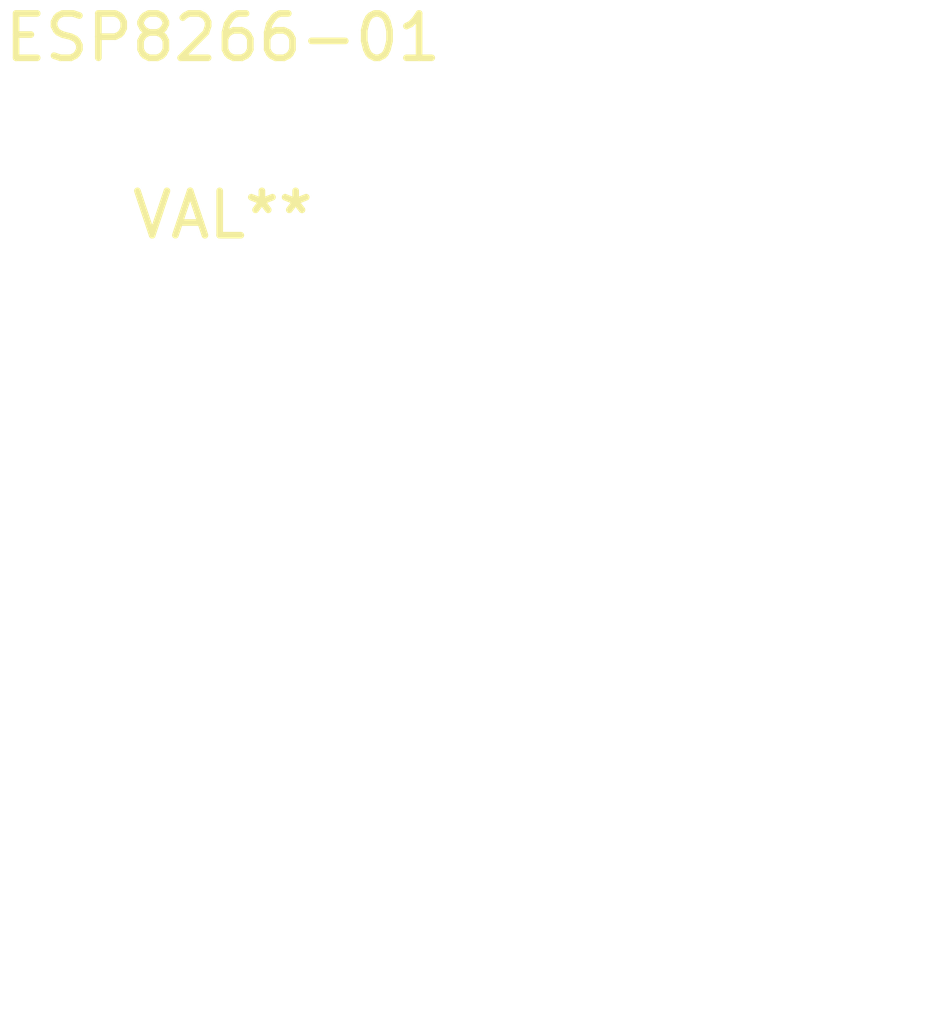
<source format=kicad_pcb>
(kicad_pcb (version 3) (host pcbnew "(22-Jun-2014 BZR 4027)-stable")

  (general
    (links 0)
    (no_connects 0)
    (area 0 0 0 0)
    (thickness 1.6)
    (drawings 0)
    (tracks 0)
    (zones 0)
    (modules 1)
    (nets 1)
  )

  (page A3)
  (layers
    (15 F.Cu signal)
    (0 B.Cu signal)
    (16 B.Adhes user)
    (17 F.Adhes user)
    (18 B.Paste user)
    (19 F.Paste user)
    (20 B.SilkS user)
    (21 F.SilkS user)
    (22 B.Mask user)
    (23 F.Mask user)
    (24 Dwgs.User user)
    (25 Cmts.User user)
    (26 Eco1.User user)
    (27 Eco2.User user)
    (28 Edge.Cuts user)
  )

  (setup
    (last_trace_width 0.254)
    (trace_clearance 0.254)
    (zone_clearance 0.508)
    (zone_45_only no)
    (trace_min 0.254)
    (segment_width 0.2)
    (edge_width 0.1)
    (via_size 0.889)
    (via_drill 0.635)
    (via_min_size 0.889)
    (via_min_drill 0.508)
    (uvia_size 0.508)
    (uvia_drill 0.127)
    (uvias_allowed no)
    (uvia_min_size 0.508)
    (uvia_min_drill 0.127)
    (pcb_text_width 0.3)
    (pcb_text_size 1.5 1.5)
    (mod_edge_width 0.1)
    (mod_text_size 1 1)
    (mod_text_width 0.15)
    (pad_size 1 1)
    (pad_drill 0.5)
    (pad_to_mask_clearance 0)
    (aux_axis_origin 0 0)
    (visible_elements FFFFFBBF)
    (pcbplotparams
      (layerselection 3178497)
      (usegerberextensions true)
      (excludeedgelayer true)
      (linewidth 0.150000)
      (plotframeref false)
      (viasonmask false)
      (mode 1)
      (useauxorigin false)
      (hpglpennumber 1)
      (hpglpenspeed 20)
      (hpglpendiameter 15)
      (hpglpenoverlay 2)
      (psnegative false)
      (psa4output false)
      (plotreference true)
      (plotvalue true)
      (plotothertext true)
      (plotinvisibletext false)
      (padsonsilk false)
      (subtractmaskfromsilk false)
      (outputformat 1)
      (mirror false)
      (drillshape 1)
      (scaleselection 1)
      (outputdirectory ""))
  )

  (net 0 "")

  (net_class Default "This is the default net class."
    (clearance 0.254)
    (trace_width 0.254)
    (via_dia 0.889)
    (via_drill 0.635)
    (uvia_dia 0.508)
    (uvia_drill 0.127)
    (add_net "")
  )

  (module ESP8266-01 (layer F.Cu) (tedit 57ACAC0F) (tstamp 57ACBDFE)
    (at 0 0)
    (fp_text reference ESP8266-01 (at -16 -22) (layer F.SilkS)
      (effects (font (size 1 1) (thickness 0.15)))
    )
    (fp_text value VAL** (at -16 -18) (layer F.SilkS)
      (effects (font (size 1 1) (thickness 0.15)))
    )
  )

)

</source>
